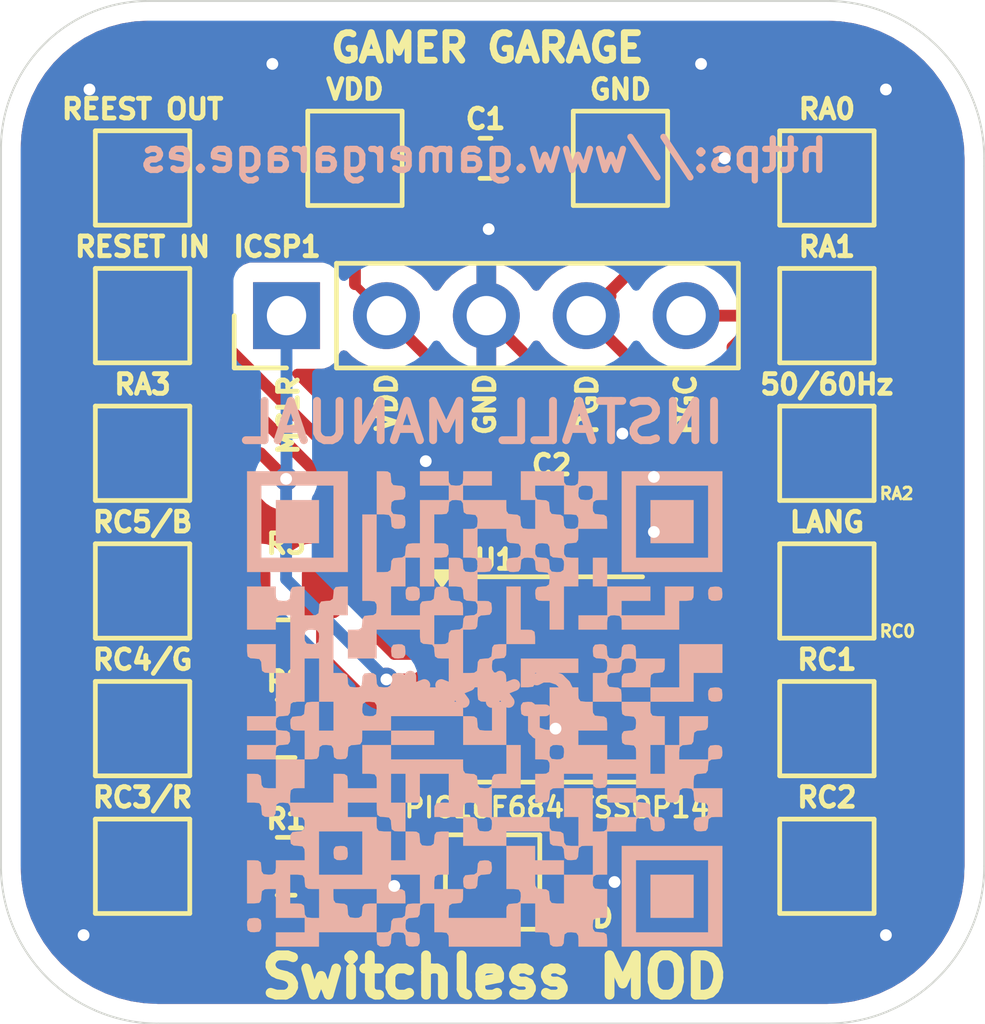
<source format=kicad_pcb>
(kicad_pcb (version 20241229) (generator "pcbnew") (generator_version "9.0")
  (layers (0 "F.Cu" signal) (2 "B.Cu" signal) (13 "F.Paste" user) (15 "B.Paste" user) (5 "F.SilkS" user "F.Silkscreen") (7 "B.SilkS" user "B.Silkscreen") (1 "F.Mask" user) (3 "B.Mask" user) (25 "Edge.Cuts" user))
  (net 0 "")
  (net 1 "VSS")
  (net 2 "VDD")
  (net 3 "B")
  (net 4 "R")
  (net 5 "G")
  (net 6 "RA3")
  (net 7 "RA0")
  (net 8 "RA1")
  (net 9 "RESET OUT")
  (net 10 "RESET IN")
  (net 11 "LANG")
  (net 12 "VIDEO 50{slash}60HZ")
  (net 13 "Net-(U1-P1C{slash}AN7{slash}RC3)")
  (net 14 "Net-(U1-P1B{slash}C2OUT{slash}RC4)")
  (net 15 "Net-(U1-P1A{slash}CCP1{slash}RC5)")
  (net 16 "RC1")
  (net 17 "RC2")
  (footprint "TestPoint:TestPoint_Pad_2.0x2.0mm" (layer "F.Cu") (at 130.6 107.5)
    (property "Reference" "RC4/G" (at 0 -1.75 0) (layer "F.SilkS") (effects (font (size 0.5 0.5) (thickness 0.125))))
    (property "Value" "TestPoint_Pad_2.0x2.0mm" (hide yes))
    (pad "6" smd roundrect (at 0 0) (size 2 2) (layers "F.Cu" "F.Mask") (roundrect_rratio 0.125) (net 5 "G"))
  )
  (footprint "Capacitor_SMD:C_0603_1608Metric" (layer "F.Cu") (at 140.98 101.75)
    (property "Reference" "C2" (at 0.02 -0.95 0) (layer "F.SilkS") (effects (font (size 0.5 0.5) (thickness 0.125))))
    (property "Value" "C" (hide yes))
    (pad "1" smd roundrect (at -0.775 0) (size 0.9 0.95) (layers "F.Cu" "F.Mask" "F.Paste") (net 2 "VDD"))
    (pad "2" smd roundrect (at 0.775 0) (size 0.9 0.95) (layers "F.Cu" "F.Mask" "F.Paste") (net 1 "VSS"))
  )
  (footprint "TestPoint:TestPoint_Pad_2.0x2.0mm" (layer "F.Cu") (at 139.5 111.4)
    (property "Reference" "GND" (at 2.29 0.9 0) (layer "F.SilkS") (effects (font (size 0.5 0.5) (thickness 0.125))))
    (property "Value" "TestPoint_Pad_2.0x2.0mm" (hide yes))
    (pad "14" smd roundrect (at 0 0) (size 2 2) (layers "F.Cu" "F.Mask") (roundrect_rratio 0.125) (net 1 "VSS"))
  )
  (footprint "TestPoint:TestPoint_Pad_2.0x2.0mm" (layer "F.Cu") (at 130.6 97)
    (property "Reference" "RESET IN" (at 0 -1.75 0) (layer "F.SilkS") (effects (font (size 0.5 0.5) (thickness 0.125))))
    (property "Value" "TestPoint_Pad_2.0x2.0mm" (hide yes))
    (pad "3" smd roundrect (at 0 0) (size 2 2) (layers "F.Cu" "F.Mask") (roundrect_rratio 0.125) (net 10 "RESET IN"))
  )
  (footprint "TestPoint:TestPoint_Pad_2.0x2.0mm" (layer "F.Cu") (at 130.6 111)
    (property "Reference" "RC3/R" (at 0 -1.75 0) (layer "F.SilkS") (effects (font (size 0.5 0.5) (thickness 0.125))))
    (property "Value" "TestPoint_Pad_2.0x2.0mm" (hide yes))
    (pad "7" smd roundrect (at 0 0) (size 2 2) (layers "F.Cu" "F.Mask") (roundrect_rratio 0.125) (net 4 "R"))
  )
  (footprint "TestPoint:TestPoint_Pad_2.0x2.0mm" (layer "F.Cu") (at 148 97)
    (property "Reference" "RA1" (at 0 -1.75 0) (layer "F.SilkS") (effects (font (size 0.5 0.5) (thickness 0.125))))
    (property "Value" "TestPoint_Pad_2.0x2.0mm" (hide yes))
    (pad "12" smd roundrect (at 0 0) (size 2 2) (layers "F.Cu" "F.Mask") (roundrect_rratio 0.125) (net 8 "RA1"))
  )
  (footprint "TestPoint:TestPoint_Pad_2.0x2.0mm" (layer "F.Cu") (at 148 104)
    (property "Reference" "LANG" (at 0 -1.75 0) (layer "F.SilkS") (effects (font (size 0.5 0.5) (thickness 0.125))))
    (property "Value" "TestPoint_Pad_2.0x2.0mm" (hide yes))
    (pad "10" smd roundrect (at 0 0) (size 2 2) (layers "F.Cu" "F.Mask") (roundrect_rratio 0.125) (net 11 "LANG"))
  )
  (footprint "TestPoint:TestPoint_Pad_2.0x2.0mm" (layer "F.Cu") (at 148 100.5 90)
    (property "Reference" "50/60Hz" (at 1.75 0 180) (layer "F.SilkS") (effects (font (size 0.5 0.5) (thickness 0.125))))
    (property "Value" "TestPoint_Pad_2.0x2.0mm" (hide yes))
    (pad "11" smd roundrect (at 0 0 90) (size 2 2) (layers "F.Cu" "F.Mask") (roundrect_rratio 0.125) (net 12 "VIDEO 50{slash}60HZ"))
  )
  (footprint "TestPoint:TestPoint_Pad_2.0x2.0mm" (layer "F.Cu") (at 130.6 100.5)
    (property "Reference" "RA3" (at 0 -1.75 0) (layer "F.SilkS") (effects (font (size 0.5 0.5) (thickness 0.125))))
    (property "Value" "TestPoint_Pad_2.0x2.0mm" (hide yes))
    (pad "4" smd roundrect (at 0 0) (size 2 2) (layers "F.Cu" "F.Mask") (roundrect_rratio 0.125) (net 6 "RA3"))
  )
  (footprint "TestPoint:TestPoint_Pad_2.0x2.0mm" (layer "F.Cu") (at 148 107.5)
    (property "Reference" "RC1" (at 0 -1.75 0) (layer "F.SilkS") (effects (font (size 0.5 0.5) (thickness 0.125))))
    (property "Value" "TestPoint_Pad_2.0x2.0mm" (hide yes))
    (pad "9" smd roundrect (at 0 0) (size 2 2) (layers "F.Cu" "F.Mask") (roundrect_rratio 0.125) (net 16 "RC1"))
  )
  (footprint "TestPoint:TestPoint_Pad_2.0x2.0mm" (layer "F.Cu") (at 148 111)
    (property "Reference" "RC2" (at 0 -1.75 0) (layer "F.SilkS") (effects (font (size 0.5 0.5) (thickness 0.125))))
    (property "Value" "TestPoint_Pad_2.0x2.0mm" (hide yes))
    (pad "8" smd roundrect (at 0 0) (size 2 2) (layers "F.Cu" "F.Mask") (roundrect_rratio 0.125) (net 17 "RC2"))
  )
  (footprint "Resistor_SMD:R_0805_2012Metric" (layer "F.Cu") (at 134.25 107.5 180)
    (property "Reference" "R2" (at 0 1.2 180) (layer "F.SilkS") (effects (font (size 0.5 0.5) (thickness 0.125))))
    (property "Value" "R" (hide yes))
    (pad "1" smd roundrect (at -0.9125 0 180) (size 1.025 1.4) (layers "F.Cu" "F.Mask" "F.Paste") (roundrect_rratio 0.243902) (net 14 "Net-(U1-P1B{slash}C2OUT{slash}RC4)"))
    (pad "2" smd roundrect (at 0.9125 0 180) (size 1.025 1.4) (layers "F.Cu" "F.Mask" "F.Paste") (roundrect_rratio 0.243902) (net 5 "G"))
  )
  (footprint "TestPoint:TestPoint_Pad_2.0x2.0mm" (layer "F.Cu") (at 142.75 93)
    (property "Reference" "GND" (at 0 -1.75 0) (layer "F.SilkS") (effects (font (size 0.5 0.5) (thickness 0.125))))
    (property "Value" "TestPoint_Pad_2.0x2.0mm" (hide yes))
    (pad "14" smd roundrect (at 0 0) (size 2 2) (layers "F.Cu" "F.Mask") (roundrect_rratio 0.125) (net 1 "VSS"))
  )
  (footprint "TestPoint:TestPoint_Pad_2.0x2.0mm" (layer "F.Cu") (at 130.6 104)
    (property "Reference" "RC5/B" (at 0 -1.75 0) (layer "F.SilkS") (effects (font (size 0.5 0.5) (thickness 0.125))))
    (property "Value" "TestPoint_Pad_2.0x2.0mm" (hide yes))
    (pad "5" smd roundrect (at 0 0) (size 2 2) (layers "F.Cu" "F.Mask") (roundrect_rratio 0.125) (net 3 "B"))
  )
  (footprint "Resistor_SMD:R_0805_2012Metric" (layer "F.Cu") (at 134.25 104 180)
    (property "Reference" "R3" (at 0 1.2 180) (layer "F.SilkS") (effects (font (size 0.5 0.5) (thickness 0.125))))
    (property "Value" "R" (hide yes))
    (pad "1" smd roundrect (at -0.9125 0 180) (size 1.025 1.4) (layers "F.Cu" "F.Mask" "F.Paste") (roundrect_rratio 0.243902) (net 15 "Net-(U1-P1A{slash}CCP1{slash}RC5)"))
    (pad "2" smd roundrect (at 0.9125 0 180) (size 1.025 1.4) (layers "F.Cu" "F.Mask" "F.Paste") (roundrect_rratio 0.243902) (net 3 "B"))
  )
  (footprint "Resistor_SMD:R_0805_2012Metric" (layer "F.Cu") (at 134.25 111 180)
    (property "Reference" "R1" (at 0 1.2 180) (layer "F.SilkS") (effects (font (size 0.5 0.5) (thickness 0.125))))
    (property "Value" "R" (hide yes))
    (pad "1" smd roundrect (at -0.9125 0 180) (size 1.025 1.4) (layers "F.Cu" "F.Mask" "F.Paste") (roundrect_rratio 0.243902) (net 13 "Net-(U1-P1C{slash}AN7{slash}RC3)"))
    (pad "2" smd roundrect (at 0.9125 0 180) (size 1.025 1.4) (layers "F.Cu" "F.Mask" "F.Paste") (roundrect_rratio 0.243902) (net 4 "R"))
  )
  (footprint "Package_SO:TSSOP-14_4.4x5mm_P0.65mm" (layer "F.Cu") (at 141.1125 106.25)
    (property "Reference" "U1" (at -2.1375 -3.05 0) (layer "F.SilkS") (effects (font (size 0.5 0.5) (thickness 0.125)) (justify left)))
    (property "Value" "PIC16F684-IP" (hide yes))
    (pad "1" smd roundrect (at -2.8625 -1.95) (size 1.475 0.4) (layers "F.Cu" "F.Mask" "F.Paste") (net 2 "VDD"))
    (pad "2" smd roundrect (at -2.8625 -1.3) (size 1.475 0.4) (layers "F.Cu" "F.Mask" "F.Paste") (net 9 "RESET OUT"))
    (pad "3" smd roundrect (at -2.8625 -0.65) (size 1.475 0.4) (layers "F.Cu" "F.Mask" "F.Paste") (net 10 "RESET IN"))
    (pad "4" smd roundrect (at -2.8625 0) (size 1.475 0.4) (layers "F.Cu" "F.Mask" "F.Paste") (net 6 "RA3"))
    (pad "5" smd roundrect (at -2.8625 0.65) (size 1.475 0.4) (layers "F.Cu" "F.Mask" "F.Paste") (net 15 "Net-(U1-P1A{slash}CCP1{slash}RC5)"))
    (pad "6" smd roundrect (at -2.8625 1.3) (size 1.475 0.4) (layers "F.Cu" "F.Mask" "F.Paste") (net 14 "Net-(U1-P1B{slash}C2OUT{slash}RC4)"))
    (pad "7" smd roundrect (at -2.8625 1.95) (size 1.475 0.4) (layers "F.Cu" "F.Mask" "F.Paste") (net 13 "Net-(U1-P1C{slash}AN7{slash}RC3)"))
    (pad "8" smd roundrect (at 2.8625 1.95) (size 1.475 0.4) (layers "F.Cu" "F.Mask" "F.Paste") (net 17 "RC2"))
    (pad "9" smd roundrect (at 2.8625 1.3) (size 1.475 0.4) (layers "F.Cu" "F.Mask" "F.Paste") (net 16 "RC1"))
    (pad "10" smd roundrect (at 2.8625 0.65) (size 1.475 0.4) (layers "F.Cu" "F.Mask" "F.Paste") (net 11 "LANG"))
    (pad "11" smd roundrect (at 2.8625 0) (size 1.475 0.4) (layers "F.Cu" "F.Mask" "F.Paste") (net 12 "VIDEO 50{slash}60HZ"))
    (pad "12" smd roundrect (at 2.8625 -0.65) (size 1.475 0.4) (layers "F.Cu" "F.Mask" "F.Paste") (net 8 "RA1"))
    (pad "13" smd roundrect (at 2.8625 -1.3) (size 1.475 0.4) (layers "F.Cu" "F.Mask" "F.Paste") (net 7 "RA0"))
    (pad "14" smd roundrect (at 2.8625 -1.95) (size 1.475 0.4) (layers "F.Cu" "F.Mask" "F.Paste") (net 1 "VSS"))
  )
  (footprint "Capacitor_SMD:C_0603_1608Metric" (layer "F.Cu") (at 139.32 93)
    (property "Reference" "C1" (at 0 -1 0) (layer "F.SilkS") (effects (font (size 0.5 0.5) (thickness 0.125))))
    (property "Value" "C" (hide yes))
    (pad "1" smd roundrect (at -0.775 0) (size 0.9 0.95) (layers "F.Cu" "F.Mask" "F.Paste") (net 2 "VDD"))
    (pad "2" smd roundrect (at 0.775 0) (size 0.9 0.95) (layers "F.Cu" "F.Mask" "F.Paste") (net 1 "VSS"))
  )
  (footprint "TestPoint:TestPoint_Pad_2.0x2.0mm" (layer "F.Cu") (at 148 93.5)
    (property "Reference" "RA0" (at 0 -1.75 0) (layer "F.SilkS") (effects (font (size 0.5 0.5) (thickness 0.125))))
    (property "Value" "TestPoint_Pad_2.0x2.0mm" (hide yes))
    (pad "13" smd roundrect (at 0 0) (size 2 2) (layers "F.Cu" "F.Mask") (roundrect_rratio 0.125) (net 7 "RA0"))
  )
  (footprint "Connector_PinHeader_2.54mm:PinHeader_1x05_P2.54mm_Vertical" (layer "F.Cu") (at 134.26 97 90)
    (property "Reference" "ICSP1" (at 1.75 -0.24 180) (layer "F.SilkS") (effects (font (size 0.5 0.5) (thickness 0.125))))
    (property "Value" "Conn_01x05_Pin")
    (pad "1" thru_hole rect (at 0 0 90) (size 1.7 1.7) (drill 1) (layers "*.Cu" "*.Mask") (net 6 "RA3"))
    (pad "2" thru_hole oval (at 0 2.54 90) (size 1.7 1.7) (drill 1) (layers "*.Cu" "*.Mask") (net 2 "VDD"))
    (pad "3" thru_hole oval (at 0 5.08 90) (size 1.7 1.7) (drill 1) (layers "*.Cu" "*.Mask") (net 1 "VSS"))
    (pad "4" thru_hole oval (at 0 7.62 90) (size 1.7 1.7) (drill 1) (layers "*.Cu" "*.Mask") (net 7 "RA0"))
    (pad "5" thru_hole oval (at 0 10.16 90) (size 1.7 1.7) (drill 1) (layers "*.Cu" "*.Mask") (net 8 "RA1"))
  )
  (footprint "TestPoint:TestPoint_Pad_2.0x2.0mm" (layer "F.Cu") (at 136 93)
    (property "Reference" "VDD" (at 0 -1.75 0) (layer "F.SilkS") (effects (font (size 0.5 0.5) (thickness 0.125))))
    (property "Value" "TestPoint_Pad_2.0x2.0mm" (hide yes))
    (pad "1" smd roundrect (at 0 0) (size 2 2) (layers "F.Cu" "F.Mask") (roundrect_rratio 0.125) (chamfer_ratio 0.2) (chamfer top_left) (net 2 "VDD"))
  )
  (footprint "TestPoint:TestPoint_Pad_2.0x2.0mm" (layer "F.Cu") (at 130.6 93.5)
    (property "Reference" "REEST OUT" (at 0 -1.75 0) (layer "F.SilkS") (effects (font (size 0.5 0.5) (thickness 0.125))))
    (property "Value" "TestPoint_Pad_2.0x2.0mm" (hide yes))
    (pad "2" smd roundrect (at 0 0) (size 2 2) (layers "F.Cu" "F.Mask") (roundrect_rratio 0.125) (net 9 "RESET OUT"))
  )
  (footprint "LOGO" (layer "B.Cu") (at 139.3 107 180)
    (property "Reference" "G***" (at 0 0 0) (layer "B.SilkS") (effects (font (size 1.5 1.5) (thickness 0.3)) (justify mirror)))
    (property "Value" "LOGO" (hide yes))
  )
  (gr_line (start 127 92.75) (end 127 111) (stroke (width 0.05)) (layer "Edge.Cuts"))
  (gr_line (start 130.8 89) (end 130.75 89) (stroke (width 0.05)) (layer "Edge.Cuts"))
  (gr_line (start 148 115) (end 131 115) (stroke (width 0.05)) (layer "Edge.Cuts"))
  (gr_arc (start 127 92.75) (mid 128.09835 90.09835) (end 130.75 89) (stroke (width 0.05)) (layer "Edge.Cuts"))
  (gr_line (start 152 93.2) (end 152 111) (stroke (width 0.05)) (layer "Edge.Cuts"))
  (gr_line (start 152 93) (end 152 93.2) (stroke (width 0.05)) (layer "Edge.Cuts"))
  (gr_line (start 131 89) (end 148 89) (stroke (width 0.05)) (layer "Edge.Cuts"))
  (gr_arc (start 148 88.999973) (mid 150.828437 90.171555) (end 152 93) (stroke (width 0.05)) (layer "Edge.Cuts"))
  (gr_line (start 131 89) (end 130.8 89) (stroke (width 0.05)) (layer "Edge.Cuts"))
  (gr_arc (start 152 111) (mid 150.828427 113.828427) (end 148 115) (stroke (width 0.05)) (layer "Edge.Cuts"))
  (gr_arc (start 131 115) (mid 128.171573 113.828427) (end 127 111) (stroke (width 0.05)) (layer "Edge.Cuts"))
  (gr_text "GAMER GARAGE" (at 135.3 90.6 0) (layer "F.SilkS") (effects (font (size 0.7 0.7) (thickness 0.175) (bold yes)) (justify left bottom)))
  (gr_text "Switchless MOD" (at 133.5 114.4 0) (layer "F.SilkS") (effects (font (size 1 1) (thickness 0.25) (bold yes)) (justify left bottom)))
  (gr_text "PGC" (at 144.7 100.1 90) (layer "F.SilkS") (effects (font (size 0.5 0.5) (thickness 0.125) (bold yes)) (justify left bottom)))
  (gr_text "PGD" (at 142.2 100.1 90) (layer "F.SilkS") (effects (font (size 0.5 0.5) (thickness 0.125) (bold yes)) (justify left bottom)))
  (gr_text "PIC16F684 TSSOP14" (at 137.2 109.8 0) (layer "F.SilkS") (effects (font (size 0.5 0.5) (thickness 0.1)) (justify left bottom)))
  (gr_text "MCLR" (at 134.6 100.6 90) (layer "F.SilkS") (effects (font (size 0.5 0.5) (thickness 0.125) (bold yes)) (justify left bottom)))
  (gr_text "RC0" (at 149.3 105.2 0) (layer "F.SilkS") (effects (font (size 0.3 0.3) (thickness 0.075) (bold yes)) (justify left bottom)))
  (gr_text "GND" (at 139.6 100.1 90) (layer "F.SilkS") (effects (font (size 0.5 0.5) (thickness 0.125) (bold yes)) (justify left bottom)))
  (gr_text "VDD" (at 137.1 100 90) (layer "F.SilkS") (effects (font (size 0.5 0.5) (thickness 0.125) (bold yes)) (justify left bottom)))
  (gr_text "RA2" (at 149.3 101.7 0) (layer "F.SilkS") (effects (font (size 0.3 0.3) (thickness 0.075) (bold yes)) (justify left bottom)))
  (gr_text "https://www.gamergarage.es" (at 148.1 93.4 0) (layer "B.SilkS") (effects (font (size 0.8 0.8) (thickness 0.16) (bold yes)) (justify left bottom mirror)))
  (gr_text "INSTALL MANUAL" (at 145.5 100.3 0) (layer "B.SilkS") (effects (font (size 1 1) (thickness 0.2) (bold yes)) (justify left bottom mirror)))
  (segment (start 142.5 104.3) (end 141.755 103.555) (width 0.3) (layer "F.Cu") (net 1))
  (segment (start 141.755 99.415) (end 141.755 101.75) (width 0.3) (layer "F.Cu") (net 1))
  (segment (start 141.755 103.555) (end 141.755 101.75) (width 0.3) (layer "F.Cu") (net 1))
  (segment (start 140.095 93) (end 142.75 93) (width 0.3) (layer "F.Cu") (net 1))
  (segment (start 143.975 104.3) (end 142.5 104.3) (width 0.3) (layer "F.Cu") (net 1))
  (segment (start 139.34 97) (end 141.755 99.415) (width 0.3) (layer "F.Cu") (net 1))
  (via (at 137 111.5) (size 0.6) (drill 0.3) (layers "F.Cu" "B.Cu") (net 1))
  (via (at 144.8 90.6) (size 0.6) (drill 0.3) (layers "F.Cu" "B.Cu") (net 1))
  (via (at 142.6 111.4) (size 0.6) (drill 0.3) (layers "F.Cu" "B.Cu") (net 1))
  (via (at 129.25 91.25) (size 0.6) (drill 0.3) (layers "F.Cu" "B.Cu") (net 1))
  (via (at 142.8 100) (size 0.6) (drill 0.3) (layers "F.Cu" "B.Cu") (net 1))
  (via (at 149.5 91.25) (size 0.6) (drill 0.3) (layers "F.Cu" "B.Cu") (net 1))
  (via (at 139.4 94.8) (size 0.6) (drill 0.3) (layers "F.Cu" "B.Cu") (net 1))
  (via (at 149.5 112.75) (size 0.6) (drill 0.3) (layers "F.Cu" "B.Cu") (net 1))
  (via (at 143.6 102.5) (size 0.6) (drill 0.3) (layers "F.Cu" "B.Cu") (net 1))
  (via (at 133.9 90.6) (size 0.6) (drill 0.3) (layers "F.Cu" "B.Cu") (net 1))
  (via (at 129.1 112.75) (size 0.6) (drill 0.3) (layers "F.Cu" "B.Cu") (net 1))
  (via (at 137.8 100.7) (size 0.6) (drill 0.3) (layers "F.Cu" "B.Cu") (net 1))
  (via (at 145.4 93) (size 0.6) (drill 0.3) (layers "F.Cu" "B.Cu") (net 1))
  (via (at 143.6 101.1) (size 0.6) (drill 0.3) (layers "F.Cu" "B.Cu") (net 1))
  (via (at 141.1 107.5) (size 0.6) (drill 0.3) (layers "F.Cu" "B.Cu") (net 1))
  (segment (start 140.205 103.795) (end 140.205 101.75) (width 0.3) (layer "F.Cu") (net 2))
  (segment (start 138.545 93) (end 136 93) (width 0.3) (layer "F.Cu") (net 2))
  (segment (start 136 96.2) (end 136.8 97) (width 0.2) (layer "F.Cu") (net 2))
  (segment (start 136 93) (end 136 96.2) (width 0.3) (layer "F.Cu") (net 2))
  (segment (start 136.8 97) (end 140.205 100.405) (width 0.3) (layer "F.Cu") (net 2))
  (segment (start 138.25 104.3) (end 139.7 104.3) (width 0.3) (layer "F.Cu") (net 2))
  (segment (start 140.205 100.405) (end 140.205 101.75) (width 0.3) (layer "F.Cu") (net 2))
  (segment (start 139.7 104.3) (end 140.205 103.795) (width 0.3) (layer "F.Cu") (net 2))
  (segment (start 131 104) (end 133.3375 104) (width 0.3) (layer "F.Cu") (net 3))
  (segment (start 131 111) (end 133.3375 111) (width 0.3) (layer "F.Cu") (net 4))
  (segment (start 133.3375 107.5) (end 131 107.5) (width 0.3) (layer "F.Cu") (net 5))
  (segment (start 133.6 100.5) (end 130.6 100.5) (width 0.3) (layer "F.Cu") (net 6))
  (segment (start 137.54084 106.25) (end 136.8 106.25) (width 0.3) (layer "F.Cu") (net 6))
  (segment (start 136.8 106.25) (end 136.75 106.25) (width 0.3) (layer "F.Cu") (net 6))
  (segment (start 134.25 101.15) (end 133.6 100.5) (width 0.3) (layer "F.Cu") (net 6))
  (segment (start 138.25 106.25) (end 137.54084 106.25) (width 0.3) (layer "F.Cu") (net 6))
  (via (at 134.25 101.15) (size 0.6) (drill 0.3) (layers "F.Cu" "B.Cu") (net 6))
  (via (at 136.8 106.25) (size 0.6) (drill 0.3) (layers "F.Cu" "B.Cu") (net 6))
  (segment (start 134.25 101.15) (end 134.26 101.14) (width 0.2) (layer "B.Cu") (net 6))
  (segment (start 134.26 101.14) (end 134.26 97) (width 0.3) (layer "B.Cu") (net 6))
  (segment (start 134.25 103.7) (end 134.25 101.15) (width 0.3) (layer "B.Cu") (net 6))
  (segment (start 136.8 106.25) (end 134.25 103.7) (width 0.3) (layer "B.Cu") (net 6))
  (segment (start 146.3 95.2) (end 148 93.5) (width 0.3) (layer "F.Cu") (net 7))
  (segment (start 147.75 93.5) (end 148 93.5) (width 0.2) (layer "F.Cu") (net 7))
  (segment (start 143.975 104.95) (end 144.712499 104.95) (width 0.2) (layer "F.Cu") (net 7))
  (segment (start 143.68 95.2) (end 146.3 95.2) (width 0.3) (layer "F.Cu") (net 7))
  (segment (start 145.072 100.192) (end 141.88 97) (width 0.3) (layer "F.Cu") (net 7))
  (segment (start 142.5 96.5) (end 141.75 96.5) (width 0.3) (layer "F.Cu") (net 7))
  (segment (start 141.88 97) (end 143.68 95.2) (width 0.3) (layer "F.Cu") (net 7))
  (segment (start 144.712499 104.95) (end 145.072 104.590499) (width 0.3) (layer "F.Cu") (net 7))
  (segment (start 145.072 104.590499) (end 145.072 100.192) (width 0.3) (layer "F.Cu") (net 7))
  (segment (start 145.6 104.712499) (end 145.6 97.8) (width 0.3) (layer "F.Cu") (net 8))
  (segment (start 143.975 105.6) (end 144.712499 105.6) (width 0.2) (layer "F.Cu") (net 8))
  (segment (start 144.712499 105.6) (end 145.6 104.712499) (width 0.3) (layer "F.Cu") (net 8))
  (segment (start 145.6 97.8) (end 146.4 97) (width 0.3) (layer "F.Cu") (net 8))
  (segment (start 146.65 97) (end 148 97) (width 0.2) (layer "F.Cu") (net 8))
  (segment (start 144.42 97) (end 147.75 97) (width 0.3) (layer "F.Cu") (net 8))
  (segment (start 131.2 93.5) (end 132.3 94.6) (width 0.3) (layer "F.Cu") (net 9))
  (segment (start 132.3 97.342) (end 137.1 102.142) (width 0.3) (layer "F.Cu") (net 9))
  (segment (start 137.1 102.142) (end 137.1 104.537499) (width 0.3) (layer "F.Cu") (net 9))
  (segment (start 132.3 94.6) (end 132.3 97.342) (width 0.3) (layer "F.Cu") (net 9))
  (segment (start 137.1 104.537499) (end 137.512501 104.95) (width 0.3) (layer "F.Cu") (net 9))
  (segment (start 137.512501 104.95) (end 138.25 104.95) (width 0.3) (layer "F.Cu") (net 9))
  (segment (start 130.6 93.5) (end 131.2 93.5) (width 0.2) (layer "F.Cu") (net 9))
  (segment (start 138.25 105.6) (end 137 105.6) (width 0.3) (layer "F.Cu") (net 10))
  (segment (start 137 105.6) (end 136.7 105.3) (width 0.3) (layer "F.Cu") (net 10))
  (segment (start 136.7 105.3) (end 136.5 105.1) (width 0.3) (layer "F.Cu") (net 10))
  (segment (start 136.5 105.1) (end 136.4 105) (width 0.3) (layer "F.Cu") (net 10))
  (segment (start 130.6 97.25) (end 130.6 97) (width 0.3) (layer "F.Cu") (net 10))
  (segment (start 136.4 102.379346) (end 131.020654 97) (width 0.3) (layer "F.Cu") (net 10))
  (segment (start 130.6 97) (end 130.6 96.75) (width 0.2) (layer "F.Cu") (net 10))
  (segment (start 136.4 105) (end 136.4 102.379346) (width 0.3) (layer "F.Cu") (net 10))
  (segment (start 131.020654 97) (end 130.6 97) (width 0.3) (layer "F.Cu") (net 10))
  (segment (start 138.25 105.6) (end 137.59263 105.6) (width 0.2) (layer "F.Cu") (net 10))
  (segment (start 136.4 105) (end 136.7 105.3) (width 0.2) (layer "F.Cu") (net 10))
  (segment (start 145.5 106.9) (end 147.75 104.65) (width 0.3) (layer "F.Cu") (net 11))
  (segment (start 143.975 106.9) (end 145.5 106.9) (width 0.3) (layer "F.Cu") (net 11))
  (segment (start 148 104.65) (end 148 104) (width 0.2) (layer "F.Cu") (net 11))
  (segment (start 145.25 106.25) (end 146.15 105.35) (width 0.3) (layer "F.Cu") (net 12))
  (segment (start 146.15 102.35) (end 148 100.5) (width 0.3) (layer "F.Cu") (net 12))
  (segment (start 143.975 106.25) (end 145.25 106.25) (width 0.3) (layer "F.Cu") (net 12))
  (segment (start 146.15 105.35) (end 146.15 102.35) (width 0.3) (layer "F.Cu") (net 12))
  (segment (start 135.1625 111) (end 135.45 111) (width 0.2) (layer "F.Cu") (net 13))
  (segment (start 135.45 111) (end 138.25 108.2) (width 0.3) (layer "F.Cu") (net 13))
  (segment (start 138.25 107.55) (end 135.2125 107.55) (width 0.3) (layer "F.Cu") (net 14))
  (segment (start 135.2125 107.55) (end 135.1625 107.5) (width 0.2) (layer "F.Cu") (net 14))
  (segment (start 138.25 106.9) (end 137.5 106.9) (width 0.2) (layer "F.Cu") (net 15))
  (segment (start 136.4 106.9) (end 135.1625 105.6625) (width 0.3) (layer "F.Cu") (net 15))
  (segment (start 135.1625 104.5625) (end 135.1625 104) (width 0.2) (layer "F.Cu") (net 15))
  (segment (start 137.5 106.9) (end 136.4 106.9) (width 0.3) (layer "F.Cu") (net 15))
  (segment (start 135.1625 105.6625) (end 135.1625 104.5625) (width 0.3) (layer "F.Cu") (net 15))
  (segment (start 143.975 107.55) (end 147.7 107.55) (width 0.3) (layer "F.Cu") (net 16))
  (segment (start 147.95 107.55) (end 148 107.5) (width 0.2) (layer "F.Cu") (net 16))
  (segment (start 143.975 108.2) (end 144.2 108.425) (width 0.2) (layer "F.Cu") (net 17))
  (segment (start 145.2 111) (end 147.75 111) (width 0.3) (layer "F.Cu") (net 17))
  (segment (start 144.2 108.425) (end 144.2 110) (width 0.3) (layer "F.Cu") (net 17))
  (segment (start 144.2 110) (end 145.2 111) (width 0.3) (layer "F.Cu") (net 17))
  (zone (net 1) (net_name "VSS") (layer "F.Cu") (connect_pads (clearance 0.5)) (min_thickness 0.25) (fill yes (thermal_gap 0.5) (thermal_bridge_width 0.5))
    (polygon (pts (xy 127.76 89) (xy 151.99 89.01) (xy 151.99 114.99) (xy 127.01 115.03) (xy 127 89)))
  )
  (zone (net 1) (net_name "VSS") (layer "B.Cu") (priority 1) (connect_pads (clearance 0.5)) (min_thickness 0.25) (fill yes (thermal_gap 0.5) (thermal_bridge_width 0.5))
    (polygon (pts (xy 127 89) (xy 151.99 89.01) (xy 151.99 114.99) (xy 127.01 115.03)))
  )
)
</source>
